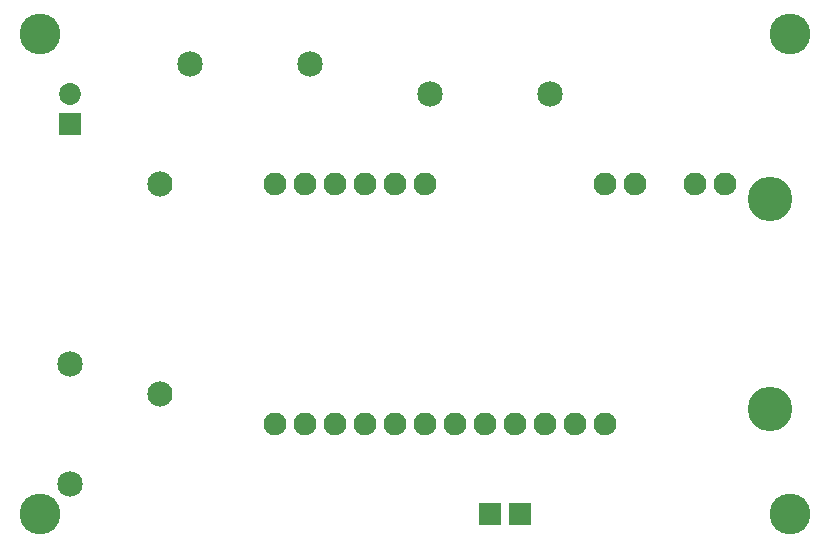
<source format=gts>
G04 MADE WITH FRITZING*
G04 WWW.FRITZING.ORG*
G04 DOUBLE SIDED*
G04 HOLES PLATED*
G04 CONTOUR ON CENTER OF CONTOUR VECTOR*
%ASAXBY*%
%FSLAX23Y23*%
%MOIN*%
%OFA0B0*%
%SFA1.0B1.0*%
%ADD10C,0.085000*%
%ADD11C,0.072992*%
%ADD12C,0.084000*%
%ADD13C,0.135984*%
%ADD14C,0.148425*%
%ADD15C,0.076000*%
%ADD16R,0.076653X0.075331*%
%ADD17R,0.072992X0.072992*%
%LNMASK1*%
G90*
G70*
G54D10*
X1418Y1506D03*
X1818Y1506D03*
X618Y1606D03*
X1018Y1606D03*
G54D11*
X218Y1406D03*
X218Y1505D03*
G54D10*
X218Y606D03*
X218Y206D03*
G54D12*
X518Y506D03*
X518Y1206D03*
X518Y506D03*
X518Y1206D03*
G54D13*
X2618Y1706D03*
X2618Y106D03*
X118Y106D03*
X118Y1706D03*
G54D14*
X2551Y1156D03*
G54D15*
X901Y1206D03*
X1001Y1206D03*
X1101Y1206D03*
X1201Y1206D03*
X1301Y1206D03*
X1401Y1206D03*
G54D14*
X2551Y456D03*
G54D15*
X2001Y1206D03*
X2101Y1206D03*
X2301Y1206D03*
X2401Y1206D03*
X2001Y406D03*
X1901Y406D03*
X1801Y406D03*
X1701Y406D03*
X1601Y406D03*
X1501Y406D03*
X1401Y406D03*
X1301Y406D03*
X1201Y406D03*
X1101Y406D03*
X1001Y406D03*
X901Y406D03*
G54D16*
X1718Y106D03*
G54D17*
X218Y1406D03*
G54D16*
X1618Y106D03*
G04 End of Mask1*
M02*
</source>
